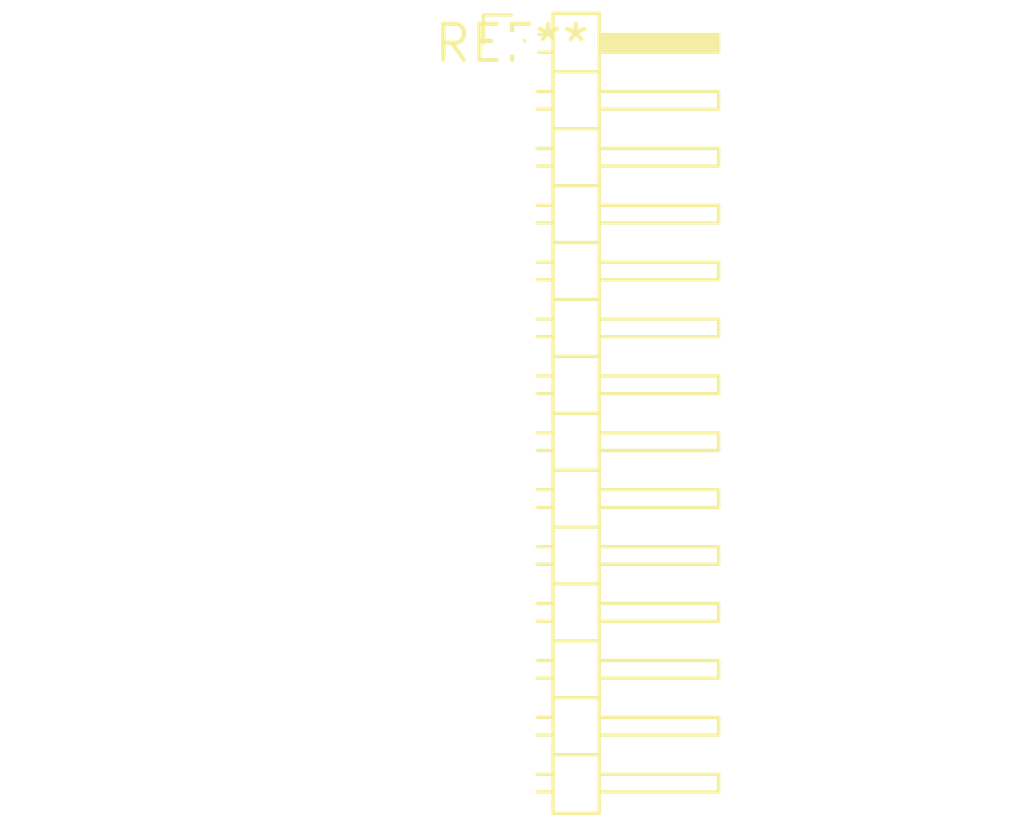
<source format=kicad_pcb>
(kicad_pcb (version 20240108) (generator pcbnew)
  (layers (0 "F.Cu" signal) (31 "B.Cu" signal) (34 "B.Paste" user) (35 "F.Paste" user) (36 "B.SilkS" user "B.Silkscreen") (37 "F.SilkS" user "F.Silkscreen") (38 "B.Mask" user) (39 "F.Mask" user) (44 "Edge.Cuts" user))
  (net 0 "")
  (footprint "PinHeader_1x14_P2.00mm_Horizontal" (layer "F.Cu") (at 0 0)
    (property "Reference" "REF**")
    (property "Value" "PinHeader_1x14_P2.00mm_Horizontal")
    (fp_line (start -1 -1) (end 0 -1) (layer "F.SilkS") (stroke (width 0.12)))
    (fp_line (start -1 0) (end -1 -1) (layer "F.SilkS") (stroke (width 0.12)))
    (fp_line (start 0.882114 1.69) (end 1.44 1.69) (layer "F.SilkS") (stroke (width 0.12)))
    (fp_line (start 0.882114 2.31) (end 1.44 2.31) (layer "F.SilkS") (stroke (width 0.12)))
    (fp_line (start 0.882114 3.69) (end 1.44 3.69) (layer "F.SilkS") (stroke (width 0.12)))
    (fp_line (start 0.882114 4.31) (end 1.44 4.31) (layer "F.SilkS") (stroke (width 0.12)))
    (fp_line (start 0.882114 5.69) (end 1.44 5.69) (layer "F.SilkS") (stroke (width 0.12)))
    (fp_line (start 0.882114 6.31) (end 1.44 6.31) (layer "F.SilkS") (stroke (width 0.12)))
    (fp_line (start 0.882114 7.69) (end 1.44 7.69) (layer "F.SilkS") (stroke (width 0.12)))
    (fp_line (start 0.882114 8.31) (end 1.44 8.31) (layer "F.SilkS") (stroke (width 0.12)))
    (fp_line (start 0.882114 9.69) (end 1.44 9.69) (layer "F.SilkS") (stroke (width 0.12)))
    (fp_line (start 0.882114 10.31) (end 1.44 10.31) (layer "F.SilkS") (stroke (width 0.12)))
    (fp_line (start 0.882114 11.69) (end 1.44 11.69) (layer "F.SilkS") (stroke (width 0.12)))
    (fp_line (start 0.882114 12.31) (end 1.44 12.31) (layer "F.SilkS") (stroke (width 0.12)))
    (fp_line (start 0.882114 13.69) (end 1.44 13.69) (layer "F.SilkS") (stroke (width 0.12)))
    (fp_line (start 0.882114 14.31) (end 1.44 14.31) (layer "F.SilkS") (stroke (width 0.12)))
    (fp_line (start 0.882114 15.69) (end 1.44 15.69) (layer "F.SilkS") (stroke (width 0.12)))
    (fp_line (start 0.882114 16.31) (end 1.44 16.31) (layer "F.SilkS") (stroke (width 0.12)))
    (fp_line (start 0.882114 17.69) (end 1.44 17.69) (layer "F.SilkS") (stroke (width 0.12)))
    (fp_line (start 0.882114 18.31) (end 1.44 18.31) (layer "F.SilkS") (stroke (width 0.12)))
    (fp_line (start 0.882114 19.69) (end 1.44 19.69) (layer "F.SilkS") (stroke (width 0.12)))
    (fp_line (start 0.882114 20.31) (end 1.44 20.31) (layer "F.SilkS") (stroke (width 0.12)))
    (fp_line (start 0.882114 21.69) (end 1.44 21.69) (layer "F.SilkS") (stroke (width 0.12)))
    (fp_line (start 0.882114 22.31) (end 1.44 22.31) (layer "F.SilkS") (stroke (width 0.12)))
    (fp_line (start 0.882114 23.69) (end 1.44 23.69) (layer "F.SilkS") (stroke (width 0.12)))
    (fp_line (start 0.882114 24.31) (end 1.44 24.31) (layer "F.SilkS") (stroke (width 0.12)))
    (fp_line (start 0.882114 25.69) (end 1.44 25.69) (layer "F.SilkS") (stroke (width 0.12)))
    (fp_line (start 0.882114 26.31) (end 1.44 26.31) (layer "F.SilkS") (stroke (width 0.12)))
    (fp_line (start 0.935 -0.31) (end 1.44 -0.31) (layer "F.SilkS") (stroke (width 0.12)))
    (fp_line (start 0.935 0.31) (end 1.44 0.31) (layer "F.SilkS") (stroke (width 0.12)))
    (fp_line (start 1.44 -1.06) (end 1.44 27.06) (layer "F.SilkS") (stroke (width 0.12)))
    (fp_line (start 1.44 1) (end 3.06 1) (layer "F.SilkS") (stroke (width 0.12)))
    (fp_line (start 1.44 3) (end 3.06 3) (layer "F.SilkS") (stroke (width 0.12)))
    (fp_line (start 1.44 5) (end 3.06 5) (layer "F.SilkS") (stroke (width 0.12)))
    (fp_line (start 1.44 7) (end 3.06 7) (layer "F.SilkS") (stroke (width 0.12)))
    (fp_line (start 1.44 9) (end 3.06 9) (layer "F.SilkS") (stroke (width 0.12)))
    (fp_line (start 1.44 11) (end 3.06 11) (layer "F.SilkS") (stroke (width 0.12)))
    (fp_line (start 1.44 13) (end 3.06 13) (layer "F.SilkS") (stroke (width 0.12)))
    (fp_line (start 1.44 15) (end 3.06 15) (layer "F.SilkS") (stroke (width 0.12)))
    (fp_line (start 1.44 17) (end 3.06 17) (layer "F.SilkS") (stroke (width 0.12)))
    (fp_line (start 1.44 19) (end 3.06 19) (layer "F.SilkS") (stroke (width 0.12)))
    (fp_line (start 1.44 21) (end 3.06 21) (layer "F.SilkS") (stroke (width 0.12)))
    (fp_line (start 1.44 23) (end 3.06 23) (layer "F.SilkS") (stroke (width 0.12)))
    (fp_line (start 1.44 25) (end 3.06 25) (layer "F.SilkS") (stroke (width 0.12)))
    (fp_line (start 1.44 27.06) (end 3.06 27.06) (layer "F.SilkS") (stroke (width 0.12)))
    (fp_line (start 3.06 -1.06) (end 1.44 -1.06) (layer "F.SilkS") (stroke (width 0.12)))
    (fp_line (start 3.06 -0.31) (end 7.26 -0.31) (layer "F.SilkS") (stroke (width 0.12)))
    (fp_line (start 3.06 -0.25) (end 7.26 -0.25) (layer "F.SilkS") (stroke (width 0.12)))
    (fp_line (start 3.06 -0.13) (end 7.26 -0.13) (layer "F.SilkS") (stroke (width 0.12)))
    (fp_line (start 3.06 -0.01) (end 7.26 -0.01) (layer "F.SilkS") (stroke (width 0.12)))
    (fp_line (start 3.06 0.11) (end 7.26 0.11) (layer "F.SilkS") (stroke (width 0.12)))
    (fp_line (start 3.06 0.23) (end 7.26 0.23) (layer "F.SilkS") (stroke (width 0.12)))
    (fp_line (start 3.06 1.69) (end 7.26 1.69) (layer "F.SilkS") (stroke (width 0.12)))
    (fp_line (start 3.06 3.69) (end 7.26 3.69) (layer "F.SilkS") (stroke (width 0.12)))
    (fp_line (start 3.06 5.69) (end 7.26 5.69) (layer "F.SilkS") (stroke (width 0.12)))
    (fp_line (start 3.06 7.69) (end 7.26 7.69) (layer "F.SilkS") (stroke (width 0.12)))
    (fp_line (start 3.06 9.69) (end 7.26 9.69) (layer "F.SilkS") (stroke (width 0.12)))
    (fp_line (start 3.06 11.69) (end 7.26 11.69) (layer "F.SilkS") (stroke (width 0.12)))
    (fp_line (start 3.06 13.69) (end 7.26 13.69) (layer "F.SilkS") (stroke (width 0.12)))
    (fp_line (start 3.06 15.69) (end 7.26 15.69) (layer "F.SilkS") (stroke (width 0.12)))
    (fp_line (start 3.06 17.69) (end 7.26 17.69) (layer "F.SilkS") (stroke (width 0.12)))
    (fp_line (start 3.06 19.69) (end 7.26 19.69) (layer "F.SilkS") (stroke (width 0.12)))
    (fp_line (start 3.06 21.69) (end 7.26 21.69) (layer "F.SilkS") (stroke (width 0.12)))
    (fp_line (start 3.06 23.69) (end 7.26 23.69) (layer "F.SilkS") (stroke (width 0.12)))
    (fp_line (start 3.06 25.69) (end 7.26 25.69) (layer "F.SilkS") (stroke (width 0.12)))
    (fp_line (start 3.06 27.06) (end 3.06 -1.06) (layer "F.SilkS") (stroke (width 0.12)))
    (fp_line (start 7.26 -0.31) (end 7.26 0.31) (layer "F.SilkS") (stroke (width 0.12)))
    (fp_line (start 7.26 0.31) (end 3.06 0.31) (layer "F.SilkS") (stroke (width 0.12)))
    (fp_line (start 7.26 1.69) (end 7.26 2.31) (layer "F.SilkS") (stroke (width 0.12)))
    (fp_line (start 7.26 2.31) (end 3.06 2.31) (layer "F.SilkS") (stroke (width 0.12)))
    (fp_line (start 7.26 3.69) (end 7.26 4.31) (layer "F.SilkS") (stroke (width 0.12)))
    (fp_line (start 7.26 4.31) (end 3.06 4.31) (layer "F.SilkS") (stroke (width 0.12)))
    (fp_line (start 7.26 5.69) (end 7.26 6.31) (layer "F.SilkS") (stroke (width 0.12)))
    (fp_line (start 7.26 6.31) (end 3.06 6.31) (layer "F.SilkS") (stroke (width 0.12)))
    (fp_line (start 7.26 7.69) (end 7.26 8.31) (layer "F.SilkS") (stroke (width 0.12)))
    (fp_line (start 7.26 8.31) (end 3.06 8.31) (layer "F.SilkS") (stroke (width 0.12)))
    (fp_line (start 7.26 9.69) (end 7.26 10.31) (layer "F.SilkS") (stroke (width 0.12)))
    (fp_line (start 7.26 10.31) (end 3.06 10.31) (layer "F.SilkS") (stroke (width 0.12)))
    (fp_line (start 7.26 11.69) (end 7.26 12.31) (layer "F.SilkS") (stroke (width 0.12)))
    (fp_line (start 7.26 12.31) (end 3.06 12.31) (layer "F.SilkS") (stroke (width 0.12)))
    (fp_line (start 7.26 13.69) (end 7.26 14.31) (layer "F.SilkS") (stroke (width 0.12)))
    (fp_line (start 7.26 14.31) (end 3.06 14.31) (layer "F.SilkS") (stroke (width 0.12)))
    (fp_line (start 7.26 15.69) (end 7.26 16.31) (layer "F.SilkS") (stroke (width 0.12)))
    (fp_line (start 7.26 16.31) (end 3.06 16.31) (layer "F.SilkS") (stroke (width 0.12)))
    (fp_line (start 7.26 17.69) (end 7.26 18.31) (layer "F.SilkS") (stroke (width 0.12)))
    (fp_line (start 7.26 18.31) (end 3.06 18.31) (layer "F.SilkS") (stroke (width 0.12)))
    (fp_line (start 7.26 19.69) (end 7.26 20.31) (layer "F.SilkS") (stroke (width 0.12)))
    (fp_line (start 7.26 20.31) (end 3.06 20.31) (layer "F.SilkS") (stroke (width 0.12)))
    (fp_line (start 7.26 21.69) (end 7.26 22.31) (layer "F.SilkS") (stroke (width 0.12)))
    (fp_line (start 7.26 22.31) (end 3.06 22.31) (layer "F.SilkS") (stroke (width 0.12)))
    (fp_line (start 7.26 23.69) (end 7.26 24.31) (layer "F.SilkS") (stroke (width 0.12)))
    (fp_line (start 7.26 24.31) (end 3.06 24.31) (layer "F.SilkS") (stroke (width 0.12)))
    (fp_line (start 7.26 25.69) (end 7.26 26.31) (layer "F.SilkS") (stroke (width 0.12)))
    (fp_line (start 7.26 26.31) (end 3.06 26.31) (layer "F.SilkS") (stroke (width 0.12)))
    (pad "1" thru_hole rect (at 0 0) (size 1.35 1.35) (drill 0.8) (layers *.Cu *.Mask) (remove_unused_layers))
    (pad "2" thru_hole oval (at 0 2) (size 1.35 1.35) (drill 0.8) (layers *.Cu *.Mask) (remove_unused_layers))
    (pad "3" thru_hole oval (at 0 4) (size 1.35 1.35) (drill 0.8) (layers *.Cu *.Mask) (remove_unused_layers))
    (pad "4" thru_hole oval (at 0 6) (size 1.35 1.35) (drill 0.8) (layers *.Cu *.Mask) (remove_unused_layers))
    (pad "5" thru_hole oval (at 0 8) (size 1.35 1.35) (drill 0.8) (layers *.Cu *.Mask) (remove_unused_layers))
    (pad "6" thru_hole oval (at 0 10) (size 1.35 1.35) (drill 0.8) (layers *.Cu *.Mask) (remove_unused_layers))
    (pad "7" thru_hole oval (at 0 12) (size 1.35 1.35) (drill 0.8) (layers *.Cu *.Mask) (remove_unused_layers))
    (pad "8" thru_hole oval (at 0 14) (size 1.35 1.35) (drill 0.8) (layers *.Cu *.Mask) (remove_unused_layers))
    (pad "9" thru_hole oval (at 0 16) (size 1.35 1.35) (drill 0.8) (layers *.Cu *.Mask) (remove_unused_layers))
    (pad "10" thru_hole oval (at 0 18) (size 1.35 1.35) (drill 0.8) (layers *.Cu *.Mask) (remove_unused_layers))
    (pad "11" thru_hole oval (at 0 20) (size 1.35 1.35) (drill 0.8) (layers *.Cu *.Mask) (remove_unused_layers))
    (pad "12" thru_hole oval (at 0 22) (size 1.35 1.35) (drill 0.8) (layers *.Cu *.Mask) (remove_unused_layers))
    (pad "13" thru_hole oval (at 0 24) (size 1.35 1.35) (drill 0.8) (layers *.Cu *.Mask) (remove_unused_layers))
    (pad "14" thru_hole oval (at 0 26) (size 1.35 1.35) (drill 0.8) (layers *.Cu *.Mask) (remove_unused_layers))
  )
)
</source>
